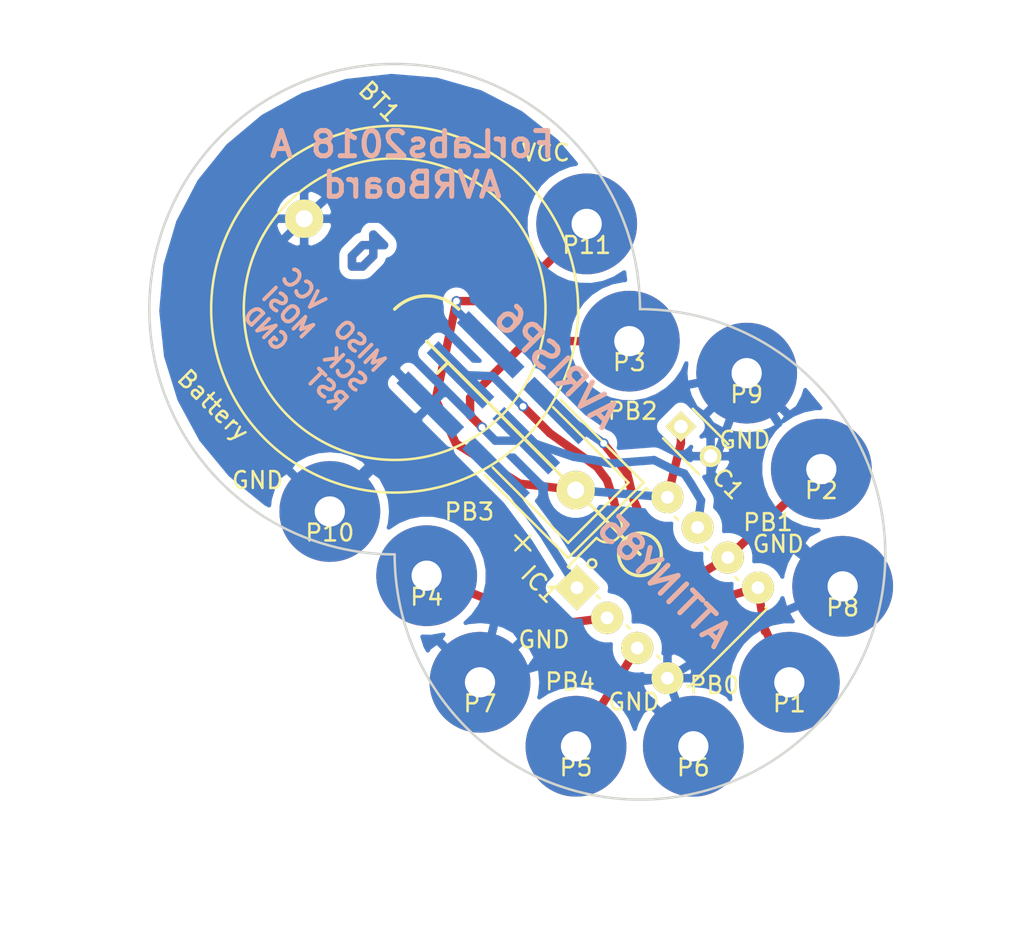
<source format=kicad_pcb>
(kicad_pcb (version 4) (host pcbnew 4.0.2+dfsg1-stable)

  (general
    (links 21)
    (no_connects 0)
    (area 88.265 86.995 149.225001 142.875001)
    (thickness 1.6)
    (drawings 11)
    (tracks 107)
    (zones 0)
    (modules 15)
    (nets 9)
  )

  (page A4)
  (layers
    (0 F.Cu signal)
    (31 B.Cu signal)
    (32 B.Adhes user)
    (33 F.Adhes user)
    (34 B.Paste user)
    (35 F.Paste user)
    (36 B.SilkS user)
    (37 F.SilkS user)
    (38 B.Mask user)
    (39 F.Mask user)
    (40 Dwgs.User user)
    (41 Cmts.User user)
    (42 Eco1.User user)
    (43 Eco2.User user)
    (44 Edge.Cuts user)
    (45 Margin user)
    (46 B.CrtYd user)
    (47 F.CrtYd user)
    (48 B.Fab user)
    (49 F.Fab user)
  )

  (setup
    (last_trace_width 0.5)
    (trace_clearance 0.4)
    (zone_clearance 0.508)
    (zone_45_only no)
    (trace_min 0.2)
    (segment_width 0.2)
    (edge_width 0.15)
    (via_size 0.6)
    (via_drill 0.4)
    (via_min_size 0.4)
    (via_min_drill 0.3)
    (uvia_size 0.3)
    (uvia_drill 0.1)
    (uvias_allowed no)
    (uvia_min_size 0.2)
    (uvia_min_drill 0.1)
    (pcb_text_width 0.3)
    (pcb_text_size 1.5 1.5)
    (mod_edge_width 0.15)
    (mod_text_size 1 1)
    (mod_text_width 0.15)
    (pad_size 1.905 1.905)
    (pad_drill 0.762)
    (pad_to_mask_clearance 0.2)
    (aux_axis_origin 0 0)
    (visible_elements FFFFFF7F)
    (pcbplotparams
      (layerselection 0x010f8_80000001)
      (usegerberextensions true)
      (excludeedgelayer true)
      (linewidth 0.100000)
      (plotframeref false)
      (viasonmask false)
      (mode 1)
      (useauxorigin false)
      (hpglpennumber 1)
      (hpglpenspeed 20)
      (hpglpendiameter 15)
      (hpglpenoverlay 2)
      (psnegative false)
      (psa4output false)
      (plotreference true)
      (plotvalue true)
      (plotinvisibletext false)
      (padsonsilk false)
      (subtractmaskfromsilk false)
      (outputformat 1)
      (mirror false)
      (drillshape 0)
      (scaleselection 1)
      (outputdirectory ForLabs2018AVRA))
  )

  (net 0 "")
  (net 1 GND)
  (net 2 VCC)
  (net 3 MOSI)
  (net 4 MISO)
  (net 5 SCK)
  (net 6 RST)
  (net 7 "Net-(IC1-Pad2)")
  (net 8 "Net-(IC1-Pad3)")

  (net_class Default "This is the default net class."
    (clearance 0.4)
    (trace_width 0.5)
    (via_dia 0.6)
    (via_drill 0.4)
    (uvia_dia 0.3)
    (uvia_drill 0.1)
    (add_net GND)
    (add_net MISO)
    (add_net MOSI)
    (add_net "Net-(IC1-Pad2)")
    (add_net "Net-(IC1-Pad3)")
    (add_net RST)
    (add_net SCK)
    (add_net VCC)
  )

  (module CR2032H (layer F.Cu) (tedit 5B6B71CD) (tstamp 5B7066F4)
    (at 111.76 105.41 315)
    (path /5B6B46F6)
    (fp_text reference BT1 (at -9.397449 -8.096373 315) (layer F.SilkS)
      (effects (font (size 1 1) (thickness 0.15)))
    )
    (fp_text value Battery (at -3.592102 11.674333 315) (layer F.SilkS)
      (effects (font (size 1 1) (thickness 0.15)))
    )
    (fp_line (start 15.24 3.81) (end 15.24 5.08) (layer F.SilkS) (width 0.15))
    (fp_line (start 14.605 4.445) (end 15.875 4.445) (layer F.SilkS) (width 0.15))
    (fp_line (start 10.795 -2.54) (end 17.145 -2.54) (layer F.SilkS) (width 0.15))
    (fp_line (start 17.145 -2.54) (end 17.145 2.54) (layer F.SilkS) (width 0.15))
    (fp_line (start 17.145 2.54) (end 10.795 2.54) (layer F.SilkS) (width 0.15))
    (fp_line (start 17.145 -3.175) (end 17.78 -3.175) (layer F.SilkS) (width 0.15))
    (fp_line (start 17.78 -3.175) (end 17.78 3.175) (layer F.SilkS) (width 0.15))
    (fp_line (start 17.78 3.175) (end 17.145 3.175) (layer F.SilkS) (width 0.15))
    (fp_line (start 15.875 -3.175) (end 17.145 -3.175) (layer F.SilkS) (width 0.15))
    (fp_line (start 17.145 3.175) (end 10.795 3.175) (layer F.SilkS) (width 0.15))
    (fp_line (start 10.795 -3.175) (end 15.875 -3.175) (layer F.SilkS) (width 0.15))
    (fp_circle (center 0 0) (end -1.27 -8.89) (layer F.SilkS) (width 0.15))
    (fp_circle (center 0 0) (end 6.35 8.89) (layer F.SilkS) (width 0.15))
    (pad 2 thru_hole circle (at -7.62 0 315) (size 2.286 2.286) (drill 1.016) (layers *.Cu *.Mask F.SilkS)
      (net 1 GND))
    (pad 1 thru_hole circle (at 15.24 0 315) (size 2.286 2.286) (drill 1.016) (layers *.Cu *.Mask F.SilkS)
      (net 2 VCC))
  )

  (module SMTPIN (layer F.Cu) (tedit 5B833B43) (tstamp 5B7067FA)
    (at 138.43 121.92)
    (path /5B6B5120)
    (fp_text reference P8 (at 0 1.27) (layer F.SilkS)
      (effects (font (size 1 1) (thickness 0.15)))
    )
    (fp_text value GND (at -3.83 -2.52 180) (layer F.SilkS)
      (effects (font (size 1 1) (thickness 0.15)))
    )
    (pad 1 thru_hole circle (at 0 0) (size 6 6) (drill 1.8) (layers *.Cu *.Mask)
      (net 1 GND))
  )

  (module RIBBON6SMT (layer B.Cu) (tedit 5B833C4D) (tstamp 5B7066FE)
    (at 117.475 111.125 225)
    (path /5B6B47E0)
    (fp_text reference J1 (at 4.445001 0 315) (layer B.SilkS) hide
      (effects (font (thickness 0.3048)) (justify mirror))
    )
    (fp_text value AVRISP6 (at -4.419417 -1.131371 315) (layer B.SilkS)
      (effects (font (thickness 0.3048)) (justify mirror))
    )
    (pad 2 smd rect (at -2.54 2.54 225) (size 1 4.7) (layers B.Cu B.Paste B.Mask)
      (net 2 VCC))
    (pad 4 smd rect (at 0 2.54 225) (size 1 4.7) (layers B.Cu B.Paste B.Mask)
      (net 3 MOSI))
    (pad 6 smd rect (at 2.54 2.54 225) (size 1 4.7) (layers B.Cu B.Paste B.Mask)
      (net 1 GND))
    (pad 1 smd rect (at -2.54 -2.9972 225) (size 1 4.7) (layers B.Cu B.Paste B.Mask)
      (net 4 MISO))
    (pad 3 smd rect (at 0 -2.997199 225) (size 1 4.7) (layers B.Cu B.Paste B.Mask)
      (net 5 SCK))
    (pad 5 smd rect (at 2.54 -2.9972 225) (size 1 4.7) (layers B.Cu B.Paste B.Mask)
      (net 6 RST))
  )

  (module SMTPIN (layer F.Cu) (tedit 5B833B4E) (tstamp 5B706703)
    (at 135.255 127.635)
    (path /5B6B4964)
    (fp_text reference P1 (at 0 1.27) (layer F.SilkS)
      (effects (font (size 1 1) (thickness 0.15)))
    )
    (fp_text value PB0 (at -4.455 0.165 180) (layer F.SilkS)
      (effects (font (size 1 1) (thickness 0.15)))
    )
    (pad 1 thru_hole circle (at 0 0) (size 6 6) (drill 1.8) (layers *.Cu *.Mask)
      (net 3 MOSI))
  )

  (module SMTPIN (layer F.Cu) (tedit 5B6B7180) (tstamp 5B706708)
    (at 137.16 114.935)
    (path /5B6B4ACE)
    (fp_text reference P2 (at 0 1.27) (layer F.SilkS)
      (effects (font (size 1 1) (thickness 0.15)))
    )
    (fp_text value PB1 (at -3.175 3.175) (layer F.SilkS)
      (effects (font (size 1 1) (thickness 0.15)))
    )
    (pad 1 thru_hole circle (at 0 0) (size 6 6) (drill 1.8) (layers *.Cu *.Mask)
      (net 4 MISO))
  )

  (module SMTPIN (layer F.Cu) (tedit 5B6B70FB) (tstamp 5B70670D)
    (at 125.73 107.315)
    (path /5B6B4AF2)
    (fp_text reference P3 (at 0 1.27) (layer F.SilkS)
      (effects (font (size 1 1) (thickness 0.15)))
    )
    (fp_text value PB2 (at 0.19 4.165) (layer F.SilkS)
      (effects (font (size 1 1) (thickness 0.15)))
    )
    (pad 1 thru_hole circle (at 0 0) (size 6 6) (drill 1.8) (layers *.Cu *.Mask)
      (net 5 SCK))
  )

  (module SMTPIN (layer F.Cu) (tedit 5B6B71BF) (tstamp 5B706712)
    (at 113.665 121.285)
    (path /5B6B4B85)
    (fp_text reference P4 (at 0 1.27) (layer F.SilkS)
      (effects (font (size 1 1) (thickness 0.15)))
    )
    (fp_text value PB3 (at 2.54 -3.81) (layer F.SilkS)
      (effects (font (size 1 1) (thickness 0.15)))
    )
    (pad 1 thru_hole circle (at 0 0) (size 6 6) (drill 1.8) (layers *.Cu *.Mask)
      (net 7 "Net-(IC1-Pad2)"))
  )

  (module SMTPIN (layer F.Cu) (tedit 5B833B1E) (tstamp 5B706717)
    (at 122.555 131.445)
    (path /5B6B4B8B)
    (fp_text reference P5 (at 0 1.27) (layer F.SilkS)
      (effects (font (size 1 1) (thickness 0.15)))
    )
    (fp_text value PB4 (at -0.355 -3.845) (layer F.SilkS)
      (effects (font (size 1 1) (thickness 0.15)))
    )
    (pad 1 thru_hole circle (at 0 0) (size 6 6) (drill 1.8) (layers *.Cu *.Mask)
      (net 8 "Net-(IC1-Pad3)"))
  )

  (module SMTPIN (layer F.Cu) (tedit 5B833B1A) (tstamp 5B70671C)
    (at 129.54 131.445)
    (path /5B6B4B91)
    (fp_text reference P6 (at 0 1.27) (layer F.SilkS)
      (effects (font (size 1 1) (thickness 0.15)))
    )
    (fp_text value GND (at -3.54 -2.645) (layer F.SilkS)
      (effects (font (size 1 1) (thickness 0.15)))
    )
    (pad 1 thru_hole circle (at 0 0) (size 6 6) (drill 1.8) (layers *.Cu *.Mask)
      (net 1 GND))
  )

  (module PDIP-8 (layer F.Cu) (tedit 5B833BFD) (tstamp 5B706781)
    (at 128 122 315)
    (descr "PDIP-8 Standard 300mil 8pin Dual In Line Package")
    (tags "Power Integrations P Package")
    (path /5B6B46B0)
    (fp_text reference IC1 (at -5.515433 5.23259 315) (layer F.SilkS)
      (effects (font (size 1 1) (thickness 0.15)))
    )
    (fp_text value ATTINY85-P (at 0 0 315) (layer F.Fab)
      (effects (font (size 1 1) (thickness 0.15)))
    )
    (fp_line (start -5.08 0.889) (end -5.08 3.302) (layer F.SilkS) (width 0.15))
    (fp_line (start -5.08 -0.889) (end -5.08 -3.302) (layer F.SilkS) (width 0.15))
    (fp_arc (start -5.08 0) (end -4.191 0) (angle 90) (layer F.SilkS) (width 0.15))
    (fp_arc (start -5.08 0) (end -5.08 -0.889) (angle 90) (layer F.SilkS) (width 0.15))
    (fp_circle (center -4.191 2.159) (end -3.937 2.159) (layer F.SilkS) (width 0.15))
    (fp_line (start 5.08 3.302) (end 4.953 3.302) (layer F.SilkS) (width 0.15))
    (fp_line (start 2.413 3.302) (end 2.667 3.302) (layer F.SilkS) (width 0.15))
    (fp_line (start -0.127 3.302) (end 0.127 3.302) (layer F.SilkS) (width 0.15))
    (fp_line (start -2.667 3.302) (end -2.413 3.302) (layer F.SilkS) (width 0.15))
    (fp_line (start -5.08 3.302) (end -4.953 3.302) (layer F.SilkS) (width 0.15))
    (fp_line (start -5.08 -3.302) (end -4.953 -3.302) (layer F.SilkS) (width 0.15))
    (fp_line (start 5.08 -3.302) (end 4.953 -3.302) (layer F.SilkS) (width 0.15))
    (fp_line (start 2.413 -3.302) (end 2.667 -3.302) (layer F.SilkS) (width 0.15))
    (fp_line (start -0.127 -3.302) (end 0.127 -3.302) (layer F.SilkS) (width 0.15))
    (fp_line (start -2.667 -3.302) (end -2.413 -3.302) (layer F.SilkS) (width 0.15))
    (fp_line (start 5.08 3.302) (end 5.08 -3.302) (layer F.SilkS) (width 0.15))
    (pad 1 thru_hole rect (at -3.81 3.81 315) (size 1.905 1.905) (drill 0.762) (layers *.Cu *.Mask F.SilkS)
      (net 6 RST))
    (pad 2 thru_hole circle (at -1.27 3.81 315) (size 1.905 1.905) (drill 0.762) (layers *.Cu *.Mask F.SilkS)
      (net 7 "Net-(IC1-Pad2)"))
    (pad 3 thru_hole circle (at 1.27 3.81 315) (size 1.905 1.905) (drill 0.762) (layers *.Cu *.Mask F.SilkS)
      (net 8 "Net-(IC1-Pad3)"))
    (pad 4 thru_hole circle (at 3.81 3.81 315) (size 1.905 1.905) (drill 0.762) (layers *.Cu *.Mask F.SilkS)
      (net 1 GND))
    (pad 5 thru_hole circle (at 3.81 -3.81 315) (size 1.905 1.905) (drill 0.762) (layers *.Cu *.Mask F.SilkS)
      (net 3 MOSI))
    (pad 6 thru_hole circle (at 1.27 -3.81 315) (size 1.905 1.905) (drill 0.762) (layers *.Cu *.Mask F.SilkS)
      (net 4 MISO))
    (pad 7 thru_hole circle (at -1.27 -3.81 315) (size 1.905 1.905) (drill 0.762) (layers *.Cu *.Mask F.SilkS)
      (net 5 SCK))
    (pad 8 thru_hole circle (at -3.81 -3.81 315) (size 1.905 1.905) (drill 0.762) (layers *.Cu *.Mask F.SilkS)
      (net 2 VCC))
  )

  (module SMTPIN (layer F.Cu) (tedit 5B6B71B8) (tstamp 5B7067F5)
    (at 116.84 127.635)
    (path /5B6B50AC)
    (fp_text reference P7 (at 0 1.27) (layer F.SilkS)
      (effects (font (size 1 1) (thickness 0.15)))
    )
    (fp_text value GND (at 3.81 -2.54) (layer F.SilkS)
      (effects (font (size 1 1) (thickness 0.15)))
    )
    (pad 1 thru_hole circle (at 0 0) (size 6 6) (drill 1.8) (layers *.Cu *.Mask)
      (net 1 GND))
  )

  (module SMTPIN (layer F.Cu) (tedit 5B83397F) (tstamp 5B7067FF)
    (at 132.715 109.22)
    (path /5B6B512C)
    (fp_text reference P9 (at 0 1.27) (layer F.SilkS)
      (effects (font (size 1 1) (thickness 0.15)))
    )
    (fp_text value GND (at -0.115 3.98) (layer F.SilkS)
      (effects (font (size 1 1) (thickness 0.15)))
    )
    (pad 1 thru_hole circle (at 0 0) (size 6 6) (drill 1.8) (layers *.Cu *.Mask)
      (net 1 GND))
  )

  (module SMTPIN (layer F.Cu) (tedit 5B833B56) (tstamp 5B706804)
    (at 107.9 117.46)
    (path /5B6B51AE)
    (fp_text reference P10 (at 0 1.27) (layer F.SilkS)
      (effects (font (size 1 1) (thickness 0.15)))
    )
    (fp_text value GND (at -4.3 -1.86) (layer F.SilkS)
      (effects (font (size 1 1) (thickness 0.15)))
    )
    (pad 1 thru_hole circle (at 0 0) (size 6 6) (drill 1.8) (layers *.Cu *.Mask)
      (net 1 GND))
  )

  (module SMTPIN (layer F.Cu) (tedit 5B6B7127) (tstamp 5B706809)
    (at 123.19 100.33)
    (path /5B6B5220)
    (fp_text reference P11 (at 0 1.27) (layer F.SilkS)
      (effects (font (size 1 1) (thickness 0.15)))
    )
    (fp_text value VCC (at -2.43 -4.24) (layer F.SilkS)
      (effects (font (size 1 1) (thickness 0.15)))
    )
    (pad 1 thru_hole circle (at 0 0) (size 6 6) (drill 1.8) (layers *.Cu *.Mask)
      (net 2 VCC))
  )

  (module C_Disc_D3_P2.5 (layer F.Cu) (tedit 5B833978) (tstamp 5B86A400)
    (at 128.8 112.4 315)
    (descr "Capacitor 3mm Disc, Pitch 2.5mm")
    (tags Capacitor)
    (path /5B83392F)
    (fp_text reference C1 (at 4.384062 0.424264 315) (layer F.SilkS)
      (effects (font (size 1 1) (thickness 0.15)))
    )
    (fp_text value C (at 1.25 2.5 315) (layer F.Fab)
      (effects (font (size 1 1) (thickness 0.15)))
    )
    (fp_line (start -0.9 -1.5) (end 3.4 -1.5) (layer F.CrtYd) (width 0.05))
    (fp_line (start 3.4 -1.5) (end 3.4 1.5) (layer F.CrtYd) (width 0.05))
    (fp_line (start 3.4 1.5) (end -0.9 1.5) (layer F.CrtYd) (width 0.05))
    (fp_line (start -0.9 1.5) (end -0.9 -1.5) (layer F.CrtYd) (width 0.05))
    (fp_line (start -0.25 -1.25) (end 2.75 -1.25) (layer F.SilkS) (width 0.15))
    (fp_line (start 2.75 1.25) (end -0.25 1.25) (layer F.SilkS) (width 0.15))
    (pad 1 thru_hole rect (at 0 0 315) (size 1.3 1.3) (drill 0.8) (layers *.Cu *.Mask F.SilkS)
      (net 2 VCC))
    (pad 2 thru_hole circle (at 2.5 0 315) (size 1.3 1.3) (drill 0.8001) (layers *.Cu *.Mask F.SilkS)
      (net 1 GND))
    (model Capacitors_ThroughHole.3dshapes/C_Disc_D3_P2.5.wrl
      (at (xyz 0.0492126 0 0))
      (scale (xyz 1 1 1))
      (rotate (xyz 0 0 0))
    )
  )

  (gr_text "MISO  VCC\nSCK  MOSI\nRST   GND" (at 107 107.2 315) (layer B.SilkS)
    (effects (font (size 1 1) (thickness 0.225)) (justify mirror))
  )
  (gr_text ATTINY85 (at 127.8 121.6 315) (layer B.SilkS)
    (effects (font (size 1.5 1.5) (thickness 0.3)) (justify mirror))
  )
  (gr_text "ForLabs2018 A\nAVRBoard" (at 112.8 96.8) (layer B.SilkS)
    (effects (font (size 1.5 1.5) (thickness 0.3)) (justify mirror))
  )
  (gr_arc (start 126.365 120.015) (end 126.365 105.41) (angle 90) (layer Edge.Cuts) (width 0.15))
  (gr_arc (start 111.76 105.41) (end 111.76 120.015) (angle 270) (layer Edge.Cuts) (width 0.15))
  (gr_arc (start 113.665 107.315) (end 111.76 105.41) (angle 90) (layer F.SilkS) (width 0.2))
  (gr_line (start 114.935 108.585) (end 113.665 107.315) (angle 90) (layer F.SilkS) (width 0.2))
  (gr_line (start 114.935 108.585) (end 114.3 109.22) (angle 90) (layer F.SilkS) (width 0.2))
  (gr_line (start 126.365 120.015) (end 114.935 108.585) (angle 90) (layer F.SilkS) (width 0.2))
  (gr_arc (start 126.365 120.015) (end 140.97 120.015) (angle 180) (layer Edge.Cuts) (width 0.15))
  (gr_circle (center 126.365 120.015) (end 127.635 120.015) (layer F.SilkS) (width 0.2))

  (segment (start 111.125 101.6) (end 110.49 100.965) (width 0.5) (layer B.Cu) (net 0))
  (segment (start 109.855 101.6) (end 111.125 101.6) (width 0.5) (layer B.Cu) (net 0) (tstamp 5B6B7215))
  (segment (start 109.22 102.235) (end 109.855 101.6) (width 0.5) (layer B.Cu) (net 0) (tstamp 5B6B7214))
  (segment (start 109.22 102.87) (end 109.22 102.235) (width 0.5) (layer B.Cu) (net 0) (tstamp 5B6B7213))
  (segment (start 109.855 102.87) (end 109.22 102.87) (width 0.5) (layer B.Cu) (net 0) (tstamp 5B6B7212))
  (segment (start 110.49 102.235) (end 109.855 102.87) (width 0.5) (layer B.Cu) (net 0) (tstamp 5B6B7211))
  (segment (start 110.49 100.965) (end 110.49 102.235) (width 0.5) (layer B.Cu) (net 0) (tstamp 5B6B7210))
  (segment (start 109.22 102.87) (end 109.22 102.235) (width 0.5) (layer F.Cu) (net 0))
  (segment (start 109.855 102.87) (end 109.22 102.87) (width 0.5) (layer F.Cu) (net 0) (tstamp 5B6B713F))
  (segment (start 110.49 102.235) (end 109.855 102.87) (width 0.5) (layer F.Cu) (net 0) (tstamp 5B6B713E))
  (segment (start 110.49 100.965) (end 110.49 102.235) (width 0.5) (layer F.Cu) (net 0) (tstamp 5B6B713D))
  (segment (start 111.125 101.6) (end 110.49 100.965) (width 0.5) (layer F.Cu) (net 0) (tstamp 5B6B713C))
  (segment (start 110.49 101.6) (end 111.125 101.6) (width 0.5) (layer F.Cu) (net 0) (tstamp 5B6B713B))
  (segment (start 109.855 101.6) (end 110.49 101.6) (width 0.5) (layer F.Cu) (net 0) (tstamp 5B6B713A))
  (segment (start 109.22 102.235) (end 109.855 101.6) (width 0.5) (layer F.Cu) (net 0) (tstamp 5B6B7139))
  (segment (start 132.715 109.22) (end 134.6 112.2) (width 0.5) (layer B.Cu) (net 1) (tstamp 5B86A58B))
  (segment (start 132.715 109.22) (end 128.8 110) (width 0.5) (layer B.Cu) (net 1) (tstamp 5B86A585))
  (segment (start 125.6 112) (end 121.33 108.76) (width 0.5) (layer B.Cu) (net 1) (tstamp 5B86A588))
  (segment (start 127.4 111) (end 125.6 112) (width 0.5) (layer B.Cu) (net 1) (tstamp 5B86A587))
  (segment (start 128.8 110) (end 127.4 111) (width 0.5) (layer B.Cu) (net 1) (tstamp 5B86A586))
  (segment (start 106.371846 100.021846) (end 109 97.6) (width 0.5) (layer B.Cu) (net 1) (tstamp 5B86A570))
  (segment (start 106.371846 100.021846) (end 104.6 101.8) (width 0.5) (layer B.Cu) (net 1) (tstamp 5B86A56D))
  (segment (start 116.84 127.635) (end 122 126.2) (width 0.5) (layer B.Cu) (net 1) (tstamp 5B86A567))
  (segment (start 122.4 126.4) (end 120.6 125.8) (width 0.5) (layer B.Cu) (net 1) (tstamp 5B86A569))
  (segment (start 122 126.2) (end 122.4 126.4) (width 0.5) (layer B.Cu) (net 1) (tstamp 5B86A568))
  (segment (start 128 127.388154) (end 124.4 127.8) (width 0.5) (layer B.Cu) (net 1) (tstamp 5B86A561))
  (segment (start 120.6 125.8) (end 120 126.6) (width 0.5) (layer B.Cu) (net 1) (tstamp 5B86A564))
  (segment (start 124.4 127.8) (end 120.6 125.8) (width 0.5) (layer B.Cu) (net 1) (tstamp 5B86A562))
  (segment (start 116.84 127.635) (end 118.4 121.2) (width 0.5) (layer B.Cu) (net 1) (tstamp 5B86A558))
  (segment (start 115.6 117) (end 110.74949 114.258408) (width 0.5) (layer B.Cu) (net 1) (tstamp 5B86A55B))
  (segment (start 118.4 121.2) (end 115.6 117) (width 0.5) (layer B.Cu) (net 1) (tstamp 5B86A559))
  (segment (start 138.43 121.92) (end 132.8 117.6) (width 0.5) (layer B.Cu) (net 1) (tstamp 5B86A53D))
  (segment (start 132.8 117.6) (end 130.567767 115.167767) (width 0.5) (layer B.Cu) (net 1) (tstamp 5B86A53E))
  (segment (start 130.567767 115.167767) (end 132.715 109.22) (width 0.5) (layer B.Cu) (net 1) (tstamp 5B86A530))
  (segment (start 128 127.388154) (end 133.6 124) (width 0.5) (layer B.Cu) (net 1) (tstamp 5B83391C))
  (segment (start 133.6 124) (end 138.43 121.92) (width 0.5) (layer B.Cu) (net 1) (tstamp 5B83391F))
  (segment (start 129.54 131.445) (end 128 127.388154) (width 0.5) (layer B.Cu) (net 1) (tstamp 5B833919))
  (segment (start 121.33 108.76) (end 112.591846 100.021846) (width 0.5) (layer B.Cu) (net 1))
  (segment (start 112.591846 100.021846) (end 106.371846 100.021846) (width 0.5) (layer B.Cu) (net 1) (tstamp 5B6B701E))
  (segment (start 107.9 117.46) (end 107.9 117.107898) (width 0.5) (layer B.Cu) (net 1))
  (segment (start 107.9 117.107898) (end 110.74949 114.258408) (width 0.5) (layer B.Cu) (net 1) (tstamp 5B6B700D))
  (segment (start 110.74949 114.258408) (end 113.882898 111.125) (width 0.5) (layer B.Cu) (net 1) (tstamp 5B86A55F))
  (segment (start 113.882898 111.125) (end 113.835 111.125) (width 0.5) (layer B.Cu) (net 1))
  (segment (start 113.835 111.125) (end 106.371846 103.661846) (width 0.5) (layer B.Cu) (net 1) (tstamp 5B6B7008))
  (segment (start 106.371846 103.661846) (end 106.371846 100.021846) (width 0.5) (layer B.Cu) (net 1) (tstamp 5B6B7009))
  (segment (start 132.715 109.22) (end 130.39 109.22) (width 0.5) (layer B.Cu) (net 1))
  (segment (start 121.33 108.76) (end 121.31 108.74) (width 0.5) (layer B.Cu) (net 1) (tstamp 5B6B701C))
  (segment (start 114.767898 112.01) (end 113.882898 111.125) (width 0.5) (layer B.Cu) (net 1) (tstamp 5B6B7005))
  (segment (start 138.43 121.92) (end 137.35 121.92) (width 0.5) (layer B.Cu) (net 1))
  (segment (start 122.536307 116.186307) (end 119.2 115.8) (width 0.5) (layer F.Cu) (net 2) (tstamp 5B86A5C9))
  (segment (start 114.2 110.8) (end 115.44 104.93) (width 0.5) (layer F.Cu) (net 2) (tstamp 5B86A5CE))
  (segment (start 115.4 113.4) (end 114.2 110.8) (width 0.5) (layer F.Cu) (net 2) (tstamp 5B86A5CC))
  (segment (start 119.2 115.8) (end 115.4 113.4) (width 0.5) (layer F.Cu) (net 2) (tstamp 5B86A5CA))
  (segment (start 128.8 112.4) (end 128.8 113.4) (width 0.5) (layer F.Cu) (net 2) (tstamp 5B86A580))
  (segment (start 128.8 113.4) (end 128 116.611846) (width 0.5) (layer F.Cu) (net 2) (tstamp 5B86A525))
  (segment (start 122.536307 116.186307) (end 128 116.611846) (width 0.5) (layer B.Cu) (net 2) (tstamp 5B86A52D))
  (segment (start 117.475 107.532898) (end 115.44 105.497898) (width 0.5) (layer B.Cu) (net 2))
  (segment (start 115.44 105.497898) (end 115.44 104.93) (width 0.5) (layer B.Cu) (net 2) (tstamp 5B6B7028))
  (via (at 115.44 104.93) (size 0.6) (drill 0.4) (layers F.Cu B.Cu) (net 2))
  (segment (start 118.59 104.93) (end 123.19 100.33) (width 0.5) (layer F.Cu) (net 2) (tstamp 5B6B702E))
  (segment (start 115.44 104.93) (end 118.59 104.93) (width 0.5) (layer F.Cu) (net 2) (tstamp 5B6B702D))
  (segment (start 133.7642 124.373993) (end 135.255 127.635) (width 0.5) (layer F.Cu) (net 3) (tstamp 5B86A54B))
  (segment (start 133.388154 122) (end 133.7642 124.373993) (width 0.5) (layer F.Cu) (net 3) (tstamp 5B86A546))
  (segment (start 133.7642 124.373993) (end 133.8 124.6) (width 0.5) (layer F.Cu) (net 3) (tstamp 5B86A549))
  (segment (start 115.678949 109.328949) (end 117.6 109.4) (width 0.5) (layer B.Cu) (net 3) (tstamp 5B86A4FF))
  (segment (start 130.6 122.8) (end 133.388154 122) (width 0.5) (layer F.Cu) (net 3) (tstamp 5B86A50C))
  (segment (start 128 121.8) (end 130.6 122.8) (width 0.5) (layer F.Cu) (net 3) (tstamp 5B86A50A))
  (segment (start 125.4 119.2) (end 128 121.8) (width 0.5) (layer F.Cu) (net 3) (tstamp 5B86A508))
  (segment (start 124.8 116.8) (end 125.4 119.2) (width 0.5) (layer F.Cu) (net 3) (tstamp 5B86A507))
  (segment (start 124.4 115.6) (end 124.8 116.8) (width 0.5) (layer F.Cu) (net 3) (tstamp 5B86A506))
  (segment (start 123.8 114.8) (end 124.4 115.6) (width 0.5) (layer F.Cu) (net 3) (tstamp 5B86A505))
  (segment (start 121 112.8) (end 123.8 114.8) (width 0.5) (layer F.Cu) (net 3) (tstamp 5B86A504))
  (segment (start 119.4 111.2) (end 121 112.8) (width 0.5) (layer F.Cu) (net 3) (tstamp 5B86A503))
  (via (at 119.4 111.2) (size 0.6) (drill 0.4) (layers F.Cu B.Cu) (net 3))
  (segment (start 117.6 109.4) (end 119.4 111.2) (width 0.5) (layer B.Cu) (net 3) (tstamp 5B86A500))
  (segment (start 131.592102 120.203949) (end 137.16 114.935) (width 0.5) (layer F.Cu) (net 4) (tstamp 5B86A542))
  (segment (start 131.592102 120.203949) (end 129.6 121.4) (width 0.5) (layer F.Cu) (net 4) (tstamp 5B86A510))
  (segment (start 124.2 113.4) (end 121.390392 111.448289) (width 0.5) (layer B.Cu) (net 4) (tstamp 5B86A518))
  (via (at 124.2 113.4) (size 0.6) (drill 0.4) (layers F.Cu B.Cu) (net 4))
  (segment (start 125.6 115.2) (end 124.2 113.4) (width 0.5) (layer F.Cu) (net 4) (tstamp 5B86A515))
  (segment (start 126 116.8) (end 125.6 115.2) (width 0.5) (layer F.Cu) (net 4) (tstamp 5B86A514))
  (segment (start 127.2 119.6) (end 126 116.8) (width 0.5) (layer F.Cu) (net 4) (tstamp 5B86A512))
  (segment (start 129.6 121.4) (end 127.2 119.6) (width 0.5) (layer F.Cu) (net 4) (tstamp 5B86A511))
  (segment (start 129.796051 118.407898) (end 130 116.8) (width 0.5) (layer B.Cu) (net 5) (tstamp 5B86A534))
  (segment (start 122.4 114.2) (end 123.6 114.4) (width 0.5) (layer B.Cu) (net 5) (tstamp 5B86A51C))
  (segment (start 122.4 114.2) (end 119.59434 113.24434) (width 0.5) (layer B.Cu) (net 5) (tstamp 5B86A51B))
  (segment (start 124.6 114.6) (end 123.6 114.4) (width 0.5) (layer B.Cu) (net 5) (tstamp 5B86A53A))
  (segment (start 127.2 114.4) (end 124.6 114.6) (width 0.5) (layer B.Cu) (net 5) (tstamp 5B86A539))
  (segment (start 128.4 115) (end 127.2 114.4) (width 0.5) (layer B.Cu) (net 5) (tstamp 5B86A538))
  (segment (start 129 115.2) (end 128.4 115) (width 0.5) (layer B.Cu) (net 5) (tstamp 5B86A537))
  (segment (start 129.4 115.8) (end 129 115.2) (width 0.5) (layer B.Cu) (net 5) (tstamp 5B86A536))
  (segment (start 130 116.8) (end 129.4 115.8) (width 0.5) (layer B.Cu) (net 5) (tstamp 5B86A535))
  (segment (start 129.826051 118.853949) (end 129.772102 118.8) (width 0.5) (layer F.Cu) (net 5) (tstamp 5B6B70B4))
  (segment (start 119.59434 113.24434) (end 117.75434 113.24434) (width 0.5) (layer B.Cu) (net 5))
  (segment (start 119.615 107.315) (end 125.73 107.315) (width 0.5) (layer F.Cu) (net 5) (tstamp 5B6B70DF))
  (segment (start 116.25 110.68) (end 119.615 107.315) (width 0.5) (layer F.Cu) (net 5) (tstamp 5B6B70DE))
  (segment (start 116.25 111.74) (end 116.25 110.68) (width 0.5) (layer F.Cu) (net 5) (tstamp 5B6B70DD))
  (segment (start 116.96 112.45) (end 116.25 111.74) (width 0.5) (layer F.Cu) (net 5) (tstamp 5B6B70DC))
  (via (at 116.96 112.45) (size 0.6) (drill 0.4) (layers F.Cu B.Cu) (net 5))
  (segment (start 117.75434 113.24434) (end 116.96 112.45) (width 0.5) (layer B.Cu) (net 5) (tstamp 5B6B70D9))
  (segment (start 125.73 107.315) (end 127.48 109.065) (width 0.5) (layer F.Cu) (net 5))
  (segment (start 117.798289 115.040392) (end 120.6 118.8) (width 0.5) (layer B.Cu) (net 6) (tstamp 5B86A4D9))
  (segment (start 120.6 118.8) (end 122.611846 122) (width 0.5) (layer B.Cu) (net 6) (tstamp 5B86A4DA))
  (segment (start 124.407898 123.796051) (end 121.2 124.2) (width 0.5) (layer F.Cu) (net 7) (tstamp 5B86A553))
  (segment (start 121.2 124.2) (end 113.665 121.285) (width 0.5) (layer F.Cu) (net 7) (tstamp 5B86A554))
  (segment (start 114.826051 122.446051) (end 113.665 121.285) (width 0.5) (layer F.Cu) (net 7) (tstamp 5B6B70B1))
  (segment (start 122.555 131.445) (end 126.203949 125.592102) (width 0.5) (layer F.Cu) (net 8) (tstamp 5B86A550))

  (zone (net 1) (net_name GND) (layer B.Cu) (tstamp 5B6B7218) (hatch edge 0.508)
    (connect_pads (clearance 0.508))
    (min_thickness 0.254)
    (fill yes (arc_segments 32) (thermal_gap 0.508) (thermal_bridge_width 0.508))
    (polygon
      (pts
        (xy 96.52 88.265) (xy 123.19 88.9) (xy 123.19 86.995) (xy 149.225 121.92) (xy 140.97 139.065)
        (xy 97.79 142.875) (xy 88.265 102.235)
      )
    )
    (filled_polygon
      (pts
        (xy 114.267699 91.746624) (xy 116.873836 92.493921) (xy 119.285192 93.73319) (xy 121.409916 95.417225) (xy 122.546018 96.752141)
        (xy 122.158723 96.826021) (xy 121.49777 97.093063) (xy 120.901274 97.4834) (xy 120.391955 97.982162) (xy 119.989213 98.570352)
        (xy 119.708387 99.225567) (xy 119.560175 99.92285) (xy 119.550222 100.635641) (xy 119.678907 101.33679) (xy 119.941328 101.99959)
        (xy 120.327491 102.598797) (xy 120.822685 103.111586) (xy 121.40805 103.518425) (xy 122.061288 103.803818) (xy 122.757519 103.956894)
        (xy 123.470223 103.971823) (xy 124.172253 103.848036) (xy 124.83687 103.590248) (xy 125.42197 103.218933) (xy 125.476709 103.677988)
        (xy 125.398957 103.677445) (xy 124.698723 103.811021) (xy 124.03777 104.078063) (xy 123.441274 104.4684) (xy 122.931955 104.967162)
        (xy 122.529213 105.555352) (xy 122.248387 106.210567) (xy 122.100175 106.90785) (xy 122.090222 107.620641) (xy 122.218907 108.32179)
        (xy 122.481328 108.98459) (xy 122.867491 109.583797) (xy 123.362685 110.096586) (xy 123.94805 110.503425) (xy 124.601288 110.788818)
        (xy 125.297519 110.941894) (xy 126.010223 110.956823) (xy 126.712253 110.833036) (xy 127.37687 110.575248) (xy 127.978758 110.193279)
        (xy 128.494991 109.701676) (xy 128.905907 109.119166) (xy 129.120899 108.636286) (xy 129.06245 109.203589) (xy 129.129431 109.916482)
        (xy 129.334204 110.602609) (xy 129.668898 111.235603) (xy 129.687132 111.262894) (xy 130.156314 111.599081) (xy 132.535395 109.22)
        (xy 132.521253 109.205858) (xy 132.700858 109.026253) (xy 132.715 109.040395) (xy 132.729143 109.026253) (xy 132.908748 109.205858)
        (xy 132.894605 109.22) (xy 135.273686 111.599081) (xy 135.742868 111.262894) (xy 136.083237 110.632932) (xy 136.208984 110.225006)
        (xy 137.097734 111.299321) (xy 136.828957 111.297445) (xy 136.128723 111.431021) (xy 135.46777 111.698063) (xy 134.87294 112.08731)
        (xy 135.094081 111.778686) (xy 132.715 109.399605) (xy 130.335919 111.778686) (xy 130.672106 112.247868) (xy 131.302068 112.588237)
        (xy 131.986327 112.799166) (xy 132.698589 112.87255) (xy 133.411482 112.805569) (xy 134.097609 112.600796) (xy 134.641936 112.312985)
        (xy 134.361955 112.587162) (xy 133.959213 113.175352) (xy 133.678387 113.830567) (xy 133.530175 114.52785) (xy 133.520222 115.240641)
        (xy 133.648907 115.94179) (xy 133.911328 116.60459) (xy 134.297491 117.203797) (xy 134.792685 117.716586) (xy 135.37805 118.123425)
        (xy 136.031288 118.408818) (xy 136.727519 118.561894) (xy 136.993924 118.567474) (xy 136.414397 118.873898) (xy 136.387106 118.892132)
        (xy 136.050919 119.361314) (xy 138.43 121.740395) (xy 138.444143 121.726253) (xy 138.623748 121.905858) (xy 138.609605 121.92)
        (xy 138.623748 121.934143) (xy 138.444143 122.113748) (xy 138.43 122.099605) (xy 138.415858 122.113748) (xy 138.236253 121.934143)
        (xy 138.250395 121.92) (xy 135.871314 119.540919) (xy 135.402132 119.877106) (xy 135.061763 120.507068) (xy 134.850834 121.191327)
        (xy 134.835064 121.344392) (xy 134.796615 121.251108) (xy 134.624331 120.991799) (xy 134.404961 120.770892) (xy 134.146861 120.596801)
        (xy 133.859862 120.476158) (xy 133.554896 120.413558) (xy 133.243579 120.411384) (xy 133.169802 120.425458) (xy 133.174705 120.403878)
        (xy 133.17967 120.048287) (xy 133.1192 119.742891) (xy 133.000563 119.455057) (xy 132.828279 119.195748) (xy 132.608909 118.974841)
        (xy 132.350809 118.80075) (xy 132.06381 118.680107) (xy 131.758844 118.617507) (xy 131.447527 118.615333) (xy 131.373751 118.629407)
        (xy 131.378654 118.607827) (xy 131.383619 118.252236) (xy 131.323149 117.94684) (xy 131.204512 117.659006) (xy 131.032228 117.399697)
        (xy 130.840512 117.206638) (xy 130.877965 116.911363) (xy 130.878799 116.882025) (xy 130.883408 116.853045) (xy 130.881249 116.795889)
        (xy 130.882875 116.738711) (xy 130.877996 116.709776) (xy 130.876888 116.680446) (xy 130.863665 116.624784) (xy 130.854156 116.568394)
        (xy 130.843751 116.540959) (xy 130.836966 116.512401) (xy 130.813185 116.460372) (xy 130.792903 116.406897) (xy 130.777366 116.382004)
        (xy 130.765165 116.355311) (xy 130.758881 116.344671) (xy 130.193619 115.402567) (xy 130.241319 115.417037) (xy 130.440767 115.293091)
        (xy 130.440767 114.474375) (xy 130.553626 114.361516) (xy 130.486877 114.294767) (xy 130.694767 114.294767) (xy 130.694767 115.293091)
        (xy 130.894215 115.417037) (xy 131.131663 115.329346) (xy 131.347441 115.197016) (xy 131.533256 115.025132) (xy 131.681968 114.8203)
        (xy 131.787862 114.590392) (xy 131.817037 114.494215) (xy 131.693091 114.294767) (xy 130.694767 114.294767) (xy 130.486877 114.294767)
        (xy 130.374018 114.181908) (xy 130.261159 114.294767) (xy 129.442443 114.294767) (xy 129.375803 114.402001) (xy 129.341668 114.383613)
        (xy 129.315966 114.375701) (xy 129.291558 114.364405) (xy 129.279862 114.360415) (xy 128.739526 114.180303) (xy 127.595784 113.608432)
        (xy 127.539816 113.586987) (xy 127.485225 113.562222) (xy 127.459328 113.556147) (xy 127.434497 113.546633) (xy 127.375433 113.536468)
        (xy 127.317067 113.522777) (xy 127.290484 113.521848) (xy 127.264278 113.517338) (xy 127.204365 113.518839) (xy 127.144451 113.516745)
        (xy 127.132124 113.517607) (xy 125.096575 113.674188) (xy 125.132116 113.517754) (xy 125.13504 113.308319) (xy 125.099425 113.128448)
        (xy 125.02955 112.95892) (xy 124.928079 112.806193) (xy 124.798875 112.676084) (xy 124.64686 112.573549) (xy 124.477825 112.502493)
        (xy 124.451416 112.497072) (xy 124.255138 112.360726) (xy 127.243899 112.360726) (xy 127.258171 112.539707) (xy 127.321742 112.707625)
        (xy 127.429576 112.851185) (xy 128.348815 113.770424) (xy 128.426021 113.836226) (xy 128.584856 113.919946) (xy 128.760726 113.956101)
        (xy 128.939707 113.941829) (xy 129.107625 113.878258) (xy 129.251185 113.770424) (xy 129.408473 113.613136) (xy 129.347672 113.745142)
        (xy 129.318497 113.841319) (xy 129.442443 114.040767) (xy 130.261159 114.040767) (xy 130.374018 114.153626) (xy 130.553626 113.974018)
        (xy 130.440767 113.861159) (xy 130.440767 113.042443) (xy 130.694767 113.042443) (xy 130.694767 114.040767) (xy 131.693091 114.040767)
        (xy 131.817037 113.841319) (xy 131.729346 113.603871) (xy 131.597016 113.388093) (xy 131.425132 113.202278) (xy 131.2203 113.053566)
        (xy 130.990392 112.947672) (xy 130.894215 112.918497) (xy 130.694767 113.042443) (xy 130.440767 113.042443) (xy 130.241319 112.918497)
        (xy 130.022184 112.999425) (xy 130.170424 112.851185) (xy 130.236226 112.773979) (xy 130.319946 112.615144) (xy 130.356101 112.439274)
        (xy 130.341829 112.260293) (xy 130.278258 112.092375) (xy 130.170424 111.948815) (xy 129.251185 111.029576) (xy 129.173979 110.963774)
        (xy 129.015144 110.880054) (xy 128.839274 110.843899) (xy 128.660293 110.858171) (xy 128.492375 110.921742) (xy 128.348815 111.029576)
        (xy 127.429576 111.948815) (xy 127.363774 112.026021) (xy 127.280054 112.184856) (xy 127.243899 112.360726) (xy 124.255138 112.360726)
        (xy 123.132365 111.580786) (xy 120.533429 108.98185) (xy 120.456223 108.916048) (xy 120.297388 108.832328) (xy 120.121518 108.796173)
        (xy 120.120413 108.796261) (xy 120.112844 108.701339) (xy 120.049273 108.533421) (xy 119.941439 108.389861) (xy 116.618037 105.066459)
        (xy 116.540831 105.000657) (xy 116.381996 104.916937) (xy 116.373965 104.915286) (xy 116.37504 104.838319) (xy 116.339425 104.658448)
        (xy 116.26955 104.48892) (xy 116.168079 104.336193) (xy 116.038875 104.206084) (xy 115.88686 104.103549) (xy 115.717825 104.032493)
        (xy 115.538207 103.995623) (xy 115.354849 103.994343) (xy 115.174733 104.028701) (xy 115.004722 104.09739) (xy 114.851291 104.197793)
        (xy 114.720283 104.326086) (xy 114.616689 104.477381) (xy 114.544454 104.645916) (xy 114.506331 104.825272) (xy 114.503771 105.008617)
        (xy 114.536872 105.188968) (xy 114.555 105.234754) (xy 114.555 105.497898) (xy 114.562977 105.579254) (xy 114.570102 105.660694)
        (xy 114.571401 105.665165) (xy 114.571855 105.669795) (xy 114.595475 105.748029) (xy 114.61829 105.826558) (xy 114.620432 105.830691)
        (xy 114.621777 105.835145) (xy 114.660135 105.907286) (xy 114.697776 105.979904) (xy 114.700682 105.983544) (xy 114.702865 105.98765)
        (xy 114.754507 106.050969) (xy 114.805534 106.114889) (xy 114.811927 106.121372) (xy 114.81203 106.121499) (xy 114.812147 106.121596)
        (xy 114.81421 106.123688) (xy 114.831941 106.141419) (xy 114.822884 106.185476) (xy 114.837156 106.364457) (xy 114.900727 106.532375)
        (xy 115.008561 106.675935) (xy 116.818102 108.485476) (xy 116.430621 108.471145) (xy 114.821986 106.86251) (xy 114.74478 106.796708)
        (xy 114.585945 106.712988) (xy 114.410075 106.676833) (xy 114.231094 106.691105) (xy 114.063176 106.754676) (xy 113.919616 106.86251)
        (xy 113.21251 107.569616) (xy 113.146708 107.646822) (xy 113.062988 107.805657) (xy 113.026833 107.981527) (xy 113.041105 108.160508)
        (xy 113.104676 108.328426) (xy 113.21251 108.471986) (xy 116.423894 111.68337) (xy 116.371291 111.717793) (xy 116.240283 111.846086)
        (xy 116.227616 111.864586) (xy 114.88752 110.52449) (xy 114.663014 110.52449) (xy 114.062503 111.125) (xy 114.076646 111.139143)
        (xy 113.897041 111.318748) (xy 113.882898 111.304605) (xy 113.282388 111.905116) (xy 113.282388 112.129622) (xy 114.786257 113.633491)
        (xy 114.890261 113.702984) (xy 115.005822 113.750852) (xy 115.128503 113.775255) (xy 115.152734 113.775255) (xy 115.160445 113.871951)
        (xy 115.224016 114.039869) (xy 115.33185 114.183429) (xy 118.173857 117.025436) (xy 119.86943 119.300721) (xy 121.101698 121.26074)
        (xy 120.813623 121.548815) (xy 120.747821 121.626021) (xy 120.664101 121.784856) (xy 120.627946 121.960726) (xy 120.642218 122.139707)
        (xy 120.705789 122.307625) (xy 120.813623 122.451185) (xy 122.160661 123.798223) (xy 122.237867 123.864025) (xy 122.396702 123.947745)
        (xy 122.572572 123.9839) (xy 122.751553 123.969628) (xy 122.820856 123.943391) (xy 122.874512 124.235742) (xy 122.989118 124.525205)
        (xy 123.157765 124.786894) (xy 123.374029 125.010842) (xy 123.629674 125.18852) (xy 123.91496 125.313158) (xy 124.219022 125.380011)
        (xy 124.530279 125.386531) (xy 124.628282 125.36925) (xy 124.618709 125.414289) (xy 124.614363 125.725583) (xy 124.670563 126.031793)
        (xy 124.785169 126.321256) (xy 124.953816 126.582945) (xy 125.17008 126.806893) (xy 125.425725 126.984571) (xy 125.711011 127.109209)
        (xy 126.015073 127.176062) (xy 126.32633 127.182582) (xy 126.514963 127.149321) (xy 126.569194 127.261154) (xy 127.693392 127.261154)
        (xy 127.806251 127.374013) (xy 127.985859 127.194405) (xy 127.873 127.081546) (xy 127.873 125.957348) (xy 128.127 125.957348)
        (xy 128.127 127.261154) (xy 129.430806 127.261154) (xy 129.550673 127.013968) (xy 129.447877 126.718637) (xy 129.28944 126.449035)
        (xy 129.081451 126.215523) (xy 128.831902 126.027074) (xy 128.550384 125.890931) (xy 128.374186 125.837481) (xy 128.127 125.957348)
        (xy 127.873 125.957348) (xy 127.761299 125.903181) (xy 127.786552 125.792031) (xy 127.791517 125.43644) (xy 127.731047 125.131044)
        (xy 127.61241 124.84321) (xy 127.440126 124.583901) (xy 127.220756 124.362994) (xy 126.962656 124.188903) (xy 126.675657 124.06826)
        (xy 126.370691 124.00566) (xy 126.059374 124.003486) (xy 125.985598 124.01756) (xy 125.990501 123.99598) (xy 125.995466 123.640389)
        (xy 125.934996 123.334993) (xy 125.816359 123.047159) (xy 125.644075 122.78785) (xy 125.424705 122.566943) (xy 125.166605 122.392852)
        (xy 124.879606 122.272209) (xy 124.57464 122.209609) (xy 124.560749 122.209512) (xy 124.595746 122.039274) (xy 124.581474 121.860293)
        (xy 124.517903 121.692375) (xy 124.410069 121.548815) (xy 123.063031 120.201777) (xy 122.985825 120.135975) (xy 122.82699 120.052255)
        (xy 122.65112 120.0161) (xy 122.472139 120.030372) (xy 122.429145 120.046649) (xy 121.349229 118.328958) (xy 121.331528 118.306103)
        (xy 121.316942 118.281136) (xy 121.309627 118.271176) (xy 120.235135 116.829318) (xy 120.264728 116.799725) (xy 120.33053 116.722519)
        (xy 120.41425 116.563684) (xy 120.450405 116.387814) (xy 120.436133 116.208833) (xy 120.372562 116.040915) (xy 120.264728 115.897355)
        (xy 118.496713 114.12934) (xy 118.869864 114.12934) (xy 120.451303 115.710779) (xy 120.528509 115.776581) (xy 120.687344 115.860301)
        (xy 120.783596 115.880088) (xy 120.760838 115.987156) (xy 120.75597 116.335806) (xy 120.818914 116.678762) (xy 120.947273 117.00296)
        (xy 121.136158 117.296051) (xy 121.378374 117.546874) (xy 121.664695 117.745872) (xy 121.984216 117.885467) (xy 122.324766 117.960342)
        (xy 122.673373 117.967644) (xy 123.01676 117.907096) (xy 123.341846 117.781004) (xy 123.63625 117.594169) (xy 123.888757 117.35371)
        (xy 124.005367 117.188405) (xy 126.613805 117.391563) (xy 126.749867 117.602689) (xy 126.966131 117.826637) (xy 127.221776 118.004315)
        (xy 127.507062 118.128953) (xy 127.811124 118.195806) (xy 128.122381 118.202326) (xy 128.220384 118.185045) (xy 128.210811 118.230085)
        (xy 128.206465 118.541379) (xy 128.262665 118.847589) (xy 128.377271 119.137052) (xy 128.545918 119.398741) (xy 128.762182 119.622689)
        (xy 129.017827 119.800367) (xy 129.303113 119.925005) (xy 129.607175 119.991858) (xy 129.918432 119.998378) (xy 130.016435 119.981097)
        (xy 130.006862 120.026136) (xy 130.002516 120.33743) (xy 130.058716 120.64364) (xy 130.173322 120.933103) (xy 130.341969 121.194792)
        (xy 130.558233 121.41874) (xy 130.813878 121.596418) (xy 131.099164 121.721056) (xy 131.403226 121.787909) (xy 131.714483 121.794429)
        (xy 131.812487 121.777148) (xy 131.802914 121.822187) (xy 131.798568 122.133481) (xy 131.854768 122.439691) (xy 131.969374 122.729154)
        (xy 132.138021 122.990843) (xy 132.354285 123.214791) (xy 132.60993 123.392469) (xy 132.895216 123.517107) (xy 133.199278 123.58396)
        (xy 133.510535 123.59048) (xy 133.81713 123.536419) (xy 134.107385 123.423836) (xy 134.370245 123.25702) (xy 134.595698 123.042324)
        (xy 134.775156 122.787927) (xy 134.847263 122.625971) (xy 135.049204 123.302609) (xy 135.383898 123.935603) (xy 135.402132 123.962894)
        (xy 135.45553 124.001156) (xy 134.923957 123.997445) (xy 134.223723 124.131021) (xy 133.56277 124.398063) (xy 132.966274 124.7884)
        (xy 132.456955 125.287162) (xy 132.054213 125.875352) (xy 131.773387 126.530567) (xy 131.625175 127.22785) (xy 131.615222 127.940641)
        (xy 131.743907 128.64179) (xy 131.743953 128.641905) (xy 131.582894 128.417132) (xy 130.952932 128.076763) (xy 130.268673 127.865834)
        (xy 129.556411 127.79245) (xy 129.541103 127.793888) (xy 129.550673 127.76234) (xy 129.430806 127.515154) (xy 128.306608 127.515154)
        (xy 128.193749 127.402295) (xy 128.014141 127.581903) (xy 128.127 127.694762) (xy 128.127 128.080273) (xy 127.873 128.214575)
        (xy 127.873 127.515154) (xy 126.569194 127.515154) (xy 126.449327 127.76234) (xy 126.552123 128.057671) (xy 126.71056 128.327273)
        (xy 126.918549 128.560785) (xy 127.168098 128.749234) (xy 127.235712 128.781933) (xy 127.160919 128.886314) (xy 129.54 131.265395)
        (xy 129.554143 131.251253) (xy 129.733748 131.430858) (xy 129.719605 131.445) (xy 129.733748 131.459143) (xy 129.554143 131.638748)
        (xy 129.54 131.624605) (xy 129.525858 131.638748) (xy 129.346253 131.459143) (xy 129.360395 131.445) (xy 126.981314 129.065919)
        (xy 126.512132 129.402106) (xy 126.171763 130.032068) (xy 126.055587 130.408946) (xy 126.051694 130.389286) (xy 125.780044 129.730214)
        (xy 125.385553 129.136457) (xy 124.883247 128.630633) (xy 124.292259 128.232006) (xy 123.6351 127.955762) (xy 122.936799 127.812421)
        (xy 122.223957 127.807445) (xy 121.523723 127.941021) (xy 120.86277 128.208063) (xy 120.36716 128.532382) (xy 120.419166 128.363673)
        (xy 120.49255 127.651411) (xy 120.425569 126.938518) (xy 120.220796 126.252391) (xy 119.886102 125.619397) (xy 119.867868 125.592106)
        (xy 119.398686 125.255919) (xy 117.019605 127.635) (xy 117.033748 127.649143) (xy 116.854143 127.828748) (xy 116.84 127.814605)
        (xy 116.825858 127.828748) (xy 116.646253 127.649143) (xy 116.660395 127.635) (xy 114.281314 125.255919) (xy 113.812132 125.592106)
        (xy 113.733881 125.736934) (xy 113.596743 125.48748) (xy 113.415371 124.915724) (xy 113.945223 124.926823) (xy 114.647253 124.803036)
        (xy 114.660382 124.797944) (xy 114.460919 125.076314) (xy 116.84 127.455395) (xy 119.219081 125.076314) (xy 118.882894 124.607132)
        (xy 118.252932 124.266763) (xy 117.568673 124.055834) (xy 116.856411 123.98245) (xy 116.143518 124.049431) (xy 115.983005 124.097336)
        (xy 116.429991 123.671676) (xy 116.840907 123.089166) (xy 117.130853 122.437936) (xy 117.288786 121.742791) (xy 117.300156 120.92857)
        (xy 117.161694 120.229286) (xy 116.890044 119.570214) (xy 116.495553 118.976457) (xy 115.993247 118.470633) (xy 115.402259 118.072006)
        (xy 114.7451 117.795762) (xy 114.046799 117.652421) (xy 113.333957 117.647445) (xy 112.633723 117.781021) (xy 111.97277 118.048063)
        (xy 111.408733 118.417159) (xy 111.479166 118.188673) (xy 111.55255 117.476411) (xy 111.485569 116.763518) (xy 111.280796 116.077391)
        (xy 110.946102 115.444397) (xy 110.927868 115.417106) (xy 110.458686 115.080919) (xy 108.079605 117.46) (xy 108.093748 117.474143)
        (xy 107.914143 117.653748) (xy 107.9 117.639605) (xy 107.885858 117.653748) (xy 107.706253 117.474143) (xy 107.720395 117.46)
        (xy 105.341314 115.080919) (xy 104.872132 115.417106) (xy 104.531763 116.047068) (xy 104.320834 116.731327) (xy 104.283588 117.092838)
        (xy 104.072506 116.980604) (xy 101.971504 115.267067) (xy 101.668927 114.901314) (xy 105.520919 114.901314) (xy 107.9 117.280395)
        (xy 110.279081 114.901314) (xy 109.942894 114.432132) (xy 109.312932 114.091763) (xy 108.628673 113.880834) (xy 107.916411 113.80745)
        (xy 107.203518 113.874431) (xy 106.517391 114.079204) (xy 105.884397 114.413898) (xy 105.857106 114.432132) (xy 105.520919 114.901314)
        (xy 101.668927 114.901314) (xy 100.243347 113.178084) (xy 98.953851 110.79321) (xy 98.632258 109.75431) (xy 111.232643 109.75431)
        (xy 111.232643 109.879395) (xy 111.257046 110.002076) (xy 111.304914 110.117637) (xy 111.374407 110.221641) (xy 112.878276 111.72551)
        (xy 113.102782 111.72551) (xy 113.703293 111.125) (xy 111.794635 109.216342) (xy 111.570128 109.216342) (xy 111.374407 109.412064)
        (xy 111.304914 109.516068) (xy 111.257046 109.631629) (xy 111.232643 109.75431) (xy 98.632258 109.75431) (xy 98.340635 108.81223)
        (xy 111.97424 108.81223) (xy 111.97424 109.036737) (xy 113.882898 110.945395) (xy 114.483408 110.344884) (xy 114.483408 110.120378)
        (xy 112.979539 108.616509) (xy 112.875535 108.547016) (xy 112.759974 108.499148) (xy 112.637293 108.474745) (xy 112.512208 108.474745)
        (xy 112.389527 108.499148) (xy 112.273966 108.547016) (xy 112.169962 108.616509) (xy 111.97424 108.81223) (xy 98.340635 108.81223)
        (xy 98.152137 108.203293) (xy 97.868744 105.506979) (xy 98.114464 102.806974) (xy 98.282804 102.235) (xy 108.335 102.235)
        (xy 108.335 102.87) (xy 108.34313 102.952911) (xy 108.350676 103.035832) (xy 108.351552 103.038809) (xy 108.351855 103.041897)
        (xy 108.375912 103.121578) (xy 108.399442 103.201527) (xy 108.400881 103.20428) (xy 108.401777 103.207247) (xy 108.440874 103.280777)
        (xy 108.479464 103.354593) (xy 108.481407 103.357009) (xy 108.482865 103.359752) (xy 108.535536 103.424333) (xy 108.587692 103.489202)
        (xy 108.590069 103.491196) (xy 108.59203 103.493601) (xy 108.656212 103.546697) (xy 108.720004 103.600225) (xy 108.722722 103.601719)
        (xy 108.725114 103.603698) (xy 108.798361 103.643302) (xy 108.871361 103.683435) (xy 108.874321 103.684374) (xy 108.877049 103.685849)
        (xy 108.956556 103.71046) (xy 109.035998 103.735661) (xy 109.039084 103.736007) (xy 109.042046 103.736924) (xy 109.124787 103.74562)
        (xy 109.207643 103.754914) (xy 109.213608 103.754956) (xy 109.213822 103.754978) (xy 109.214036 103.754958) (xy 109.22 103.755)
        (xy 109.855 103.755) (xy 109.936356 103.747023) (xy 110.017796 103.739898) (xy 110.022267 103.738599) (xy 110.026897 103.738145)
        (xy 110.105131 103.714525) (xy 110.18366 103.69171) (xy 110.187793 103.689568) (xy 110.192247 103.688223) (xy 110.264388 103.649865)
        (xy 110.337006 103.612224) (xy 110.340646 103.609318) (xy 110.344752 103.607135) (xy 110.408071 103.555493) (xy 110.471991 103.504466)
        (xy 110.478474 103.498073) (xy 110.478601 103.49797) (xy 110.478698 103.497853) (xy 110.48079 103.49579) (xy 111.11579 102.860789)
        (xy 111.167677 102.79762) (xy 111.220225 102.734996) (xy 111.222468 102.730916) (xy 111.225421 102.727321) (xy 111.264032 102.655313)
        (xy 111.303435 102.583639) (xy 111.304843 102.5792) (xy 111.307041 102.575101) (xy 111.330927 102.496974) (xy 111.344645 102.453729)
        (xy 111.3779 102.443689) (xy 111.45939 102.419396) (xy 111.460768 102.41867) (xy 111.462247 102.418223) (xy 111.536876 102.378542)
        (xy 111.612176 102.338841) (xy 111.613385 102.337862) (xy 111.614752 102.337135) (xy 111.680339 102.283643) (xy 111.746406 102.230143)
        (xy 111.747401 102.228949) (xy 111.748601 102.22797) (xy 111.802617 102.162676) (xy 111.856966 102.097444) (xy 111.857709 102.096082)
        (xy 111.858698 102.094886) (xy 111.899034 102.020286) (xy 111.939647 101.945797) (xy 111.940111 101.944315) (xy 111.940849 101.942951)
        (xy 111.965948 101.861868) (xy 111.991297 101.780979) (xy 111.991464 101.779439) (xy 111.991924 101.777954) (xy 112.000811 101.693402)
        (xy 112.009951 101.609268) (xy 112.009816 101.607722) (xy 112.009978 101.606178) (xy 112.002294 101.521744) (xy 111.994898 101.437204)
        (xy 111.994465 101.435712) (xy 111.994324 101.434168) (xy 111.970409 101.35291) (xy 111.946711 101.27134) (xy 111.945996 101.26996)
        (xy 111.945558 101.268473) (xy 111.906335 101.193447) (xy 111.867224 101.117995) (xy 111.866253 101.116779) (xy 111.865536 101.115407)
        (xy 111.812546 101.049501) (xy 111.759467 100.983009) (xy 111.757403 100.980916) (xy 111.757308 100.980798) (xy 111.757183 100.980693)
        (xy 111.75079 100.974211) (xy 111.11579 100.33921) (xy 111.050128 100.285275) (xy 110.984886 100.231302) (xy 110.983521 100.230564)
        (xy 110.982322 100.229579) (xy 110.907581 100.189504) (xy 110.832951 100.149151) (xy 110.831468 100.148692) (xy 110.830101 100.147959)
        (xy 110.749024 100.123171) (xy 110.667954 100.098076) (xy 110.66641 100.097914) (xy 110.664926 100.09746) (xy 110.580553 100.08889)
        (xy 110.496178 100.080022) (xy 110.494632 100.080163) (xy 110.493089 100.080006) (xy 110.408642 100.087988) (xy 110.324168 100.095676)
        (xy 110.32268 100.096114) (xy 110.321134 100.09626) (xy 110.239915 100.120473) (xy 110.158473 100.144442) (xy 110.157094 100.145163)
        (xy 110.155611 100.145605) (xy 110.08067 100.185117) (xy 110.005407 100.224464) (xy 110.004198 100.225436) (xy 110.002825 100.22616)
        (xy 109.93699 100.279472) (xy 109.870798 100.332692) (xy 109.869798 100.333884) (xy 109.868595 100.334858) (xy 109.814361 100.399951)
        (xy 109.759775 100.465004) (xy 109.759028 100.466363) (xy 109.758034 100.467556) (xy 109.717438 100.542013) (xy 109.676565 100.616361)
        (xy 109.676095 100.617841) (xy 109.675353 100.619203) (xy 109.650037 100.699987) (xy 109.635355 100.746271) (xy 109.604915 100.755461)
        (xy 109.52634 100.778289) (xy 109.522203 100.780434) (xy 109.517753 100.781777) (xy 109.445627 100.820127) (xy 109.372995 100.857776)
        (xy 109.369357 100.86068) (xy 109.365248 100.862865) (xy 109.301938 100.9145) (xy 109.238009 100.965533) (xy 109.231528 100.971924)
        (xy 109.231399 100.97203) (xy 109.2313 100.97215) (xy 109.229211 100.97421) (xy 108.59421 101.60921) (xy 108.542284 101.672426)
        (xy 108.489775 101.735004) (xy 108.487534 101.739081) (xy 108.484579 101.742678) (xy 108.445957 101.814708) (xy 108.406565 101.886361)
        (xy 108.405157 101.8908) (xy 108.402959 101.894899) (xy 108.379073 101.973026) (xy 108.354339 102.050998) (xy 108.35382 102.055626)
        (xy 108.35246 102.060074) (xy 108.344206 102.141339) (xy 108.335086 102.222643) (xy 108.335023 102.231747) (xy 108.335006 102.231911)
        (xy 108.33502 102.232064) (xy 108.335 102.235) (xy 98.282804 102.235) (xy 98.815204 100.426062) (xy 104.631571 100.426062)
        (xy 104.743869 100.757806) (xy 104.918729 101.061267) (xy 105.149431 101.324784) (xy 105.42711 101.53823) (xy 105.741095 101.693402)
        (xy 105.96763 101.762121) (xy 106.244846 101.644737) (xy 106.244846 100.148846) (xy 106.498846 100.148846) (xy 106.498846 101.644737)
        (xy 106.776062 101.762121) (xy 107.107806 101.649823) (xy 107.411267 101.474963) (xy 107.674784 101.244261) (xy 107.88823 100.966582)
        (xy 108.043402 100.652597) (xy 108.112121 100.426062) (xy 107.994737 100.148846) (xy 106.498846 100.148846) (xy 106.244846 100.148846)
        (xy 104.748955 100.148846) (xy 104.631571 100.426062) (xy 98.815204 100.426062) (xy 98.879938 100.206118) (xy 99.187591 99.61763)
        (xy 104.631571 99.61763) (xy 104.748955 99.894846) (xy 106.244846 99.894846) (xy 106.244846 98.398955) (xy 106.498846 98.398955)
        (xy 106.498846 99.894846) (xy 107.994737 99.894846) (xy 108.112121 99.61763) (xy 107.999823 99.285886) (xy 107.824963 98.982425)
        (xy 107.594261 98.718908) (xy 107.316582 98.505462) (xy 107.002597 98.35029) (xy 106.776062 98.281571) (xy 106.498846 98.398955)
        (xy 106.244846 98.398955) (xy 105.96763 98.281571) (xy 105.635886 98.393869) (xy 105.332425 98.568729) (xy 105.068908 98.799431)
        (xy 104.855462 99.07711) (xy 104.70029 99.391095) (xy 104.631571 99.61763) (xy 99.187591 99.61763) (xy 100.136009 97.803473)
        (xy 101.834838 95.690557) (xy 103.911707 93.947857) (xy 106.28752 92.641743) (xy 108.871773 91.821969) (xy 111.566041 91.519759)
      )
    )
  )
)

</source>
